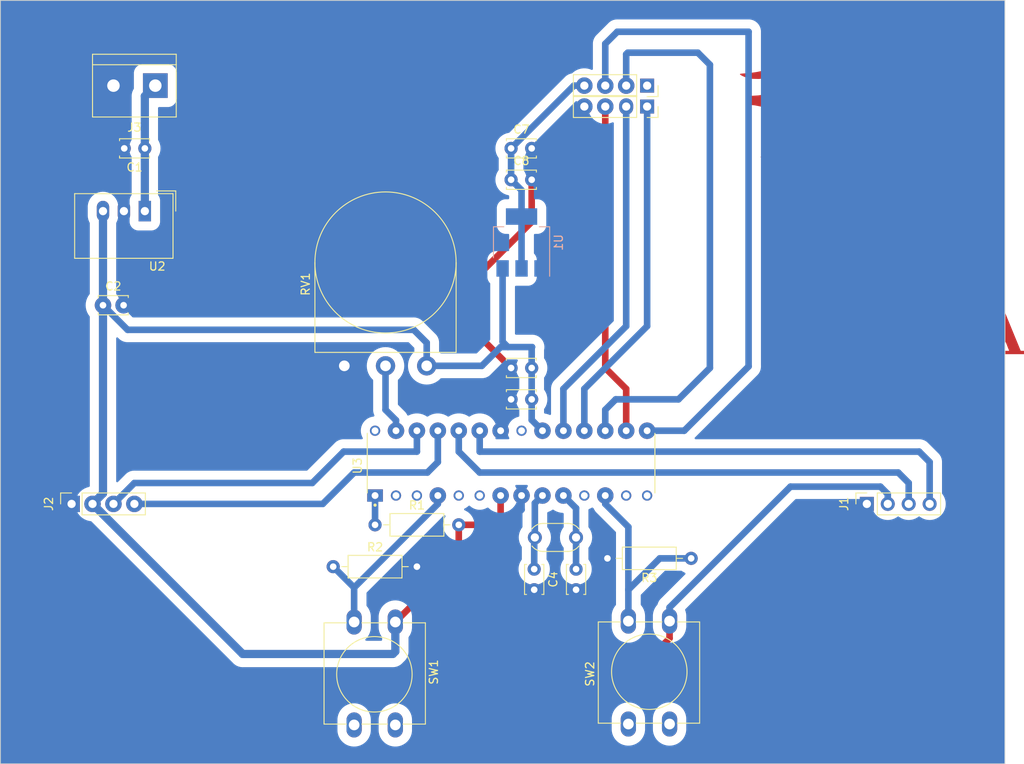
<source format=kicad_pcb>
(kicad_pcb (version 20221018) (generator pcbnew)
  (layers (0 "F.Cu" signal) (31 "B.Cu" signal) (34 "B.Paste" user) (35 "F.Paste" user) (36 "B.SilkS" user "B.Silkscreen") (37 "F.SilkS" user "F.Silkscreen") (38 "B.Mask" user) (39 "F.Mask" user) (44 "Edge.Cuts" user))
  (net 0 "")
  (net 1 "VCC")
  (net 2 "+5V")
  (net 3 "Net-(U3-PB7(PCINT7{slash}XTAL2{slash}TOSC2))")
  (net 4 "Net-(U3-PB6(PCINT6{slash}XTAL1{slash}TOSC1))")
  (net 5 "+3.3V")
  (net 6 "y1")
  (net 7 "x1")
  (net 8 "y2")
  (net 9 "x2")
  (net 10 "MISO")
  (net 11 "SCK")
  (net 12 "CE")
  (net 14 "MOSI")
  (net 15 "CSN")
  (net 16 "Net-(U3-PC6(PCINT14{slash}~{RESET~{)})")
  (net 17 "sw1")
  (net 18 "sw2")
  (net 19 "POT")
  (net 29 "GND")
  (footprint "TerminalBlock:TerminalBlock_bornier-2_P5.08mm" (layer "F.Cu") (at 107.95 59.055 180)
    (fp_text reference "J3" (at 2.54 -5.08) (layer "F.SilkS"))
    (fp_text value "Screw_Terminal_01x02")
    (fp_line (start -2.54 -3.81) (end -2.54 3.81) (stroke (width 0.12)) (layer "F.SilkS"))
    (fp_line (start -2.54 3.81) (end 7.62 3.81) (stroke (width 0.12)) (layer "F.SilkS"))
    (fp_line (start 7.62 -3.81) (end -2.54 -3.81) (stroke (width 0.12)) (layer "F.SilkS"))
    (fp_line (start 7.62 2.54) (end -2.54 2.54) (stroke (width 0.12)) (layer "F.SilkS"))
    (fp_line (start 7.62 3.81) (end 7.62 -3.81) (stroke (width 0.12)) (layer "F.SilkS"))
    (pad "1" thru_hole rect (at 0 0 180) (size 3 3) (drill 1.52) (layers "*.Cu" "*.Mask") (net 1 "VCC"))
    (pad "2" thru_hole circle (at 5.08 0 180) (size 3 3) (drill 1.52) (layers "*.Cu" "*.Mask") (net 29 "GND"))
  )
  (footprint "Capacitor_THT:C_Disc_D3.4mm_W2.1mm_P2.50mm" (layer "F.Cu") (at 153.63 93.345 180)
    (fp_text reference "C5" hide)
    (fp_text value "100nf")
    (fp_line (start -0.57 -1.17) (end -0.57 -0.925) (stroke (width 0.12)) (layer "F.SilkS"))
    (fp_line (start -0.57 -1.17) (end 3.07 -1.17) (stroke (width 0.12)) (layer "F.SilkS"))
    (fp_line (start -0.57 0.925) (end -0.57 1.17) (stroke (width 0.12)) (layer "F.SilkS"))
    (fp_line (start -0.57 1.17) (end 3.07 1.17) (stroke (width 0.12)) (layer "F.SilkS"))
    (fp_line (start 3.07 -1.17) (end 3.07 -0.925) (stroke (width 0.12)) (layer "F.SilkS"))
    (fp_line (start 3.07 0.925) (end 3.07 1.17) (stroke (width 0.12)) (layer "F.SilkS"))
    (pad "1" thru_hole circle (at 0 0 180) (size 1.6 1.6) (drill 0.8) (layers "*.Cu" "*.Mask") (net 2 "+5V"))
    (pad "2" thru_hole circle (at 2.5 0 180) (size 1.6 1.6) (drill 0.8) (layers "*.Cu" "*.Mask") (net 29 "GND"))
  )
  (footprint "Capacitor_THT:C_Disc_D3.4mm_W2.1mm_P2.50mm" (layer "F.Cu") (at 151.13 66.675)
    (fp_text reference "C7" (at 1.25 -2.3) (layer "F.SilkS"))
    (fp_text value "100nf")
    (fp_line (start -0.57 -1.17) (end -0.57 -0.925) (stroke (width 0.12)) (layer "F.SilkS"))
    (fp_line (start -0.57 -1.17) (end 3.07 -1.17) (stroke (width 0.12)) (layer "F.SilkS"))
    (fp_line (start -0.57 0.925) (end -0.57 1.17) (stroke (width 0.12)) (layer "F.SilkS"))
    (fp_line (start -0.57 1.17) (end 3.07 1.17) (stroke (width 0.12)) (layer "F.SilkS"))
    (fp_line (start 3.07 -1.17) (end 3.07 -0.925) (stroke (width 0.12)) (layer "F.SilkS"))
    (fp_line (start 3.07 0.925) (end 3.07 1.17) (stroke (width 0.12)) (layer "F.SilkS"))
    (pad "1" thru_hole circle (at 0 0) (size 1.6 1.6) (drill 0.8) (layers "*.Cu" "*.Mask") (net 5 "+3.3V"))
    (pad "2" thru_hole circle (at 2.5 0) (size 1.6 1.6) (drill 0.8) (layers "*.Cu" "*.Mask") (net 29 "GND"))
  )
  (footprint "Converter_DCDC:Converter_DCDC_TRACO_TSR-1_THT" (layer "F.Cu") (at 106.68 74.295 180)
    (fp_text reference "U2" (at -1.5 -6.71) (layer "F.SilkS"))
    (fp_text value "L7805")
    (fp_line (start -3.75 0) (end -3.75 2.45) (stroke (width 0.12)) (layer "F.SilkS"))
    (fp_line (start -3.75 2.45) (end -1.42 2.45) (stroke (width 0.12)) (layer "F.SilkS"))
    (fp_line (start -3.42 -5.73) (end 8.52 -5.73) (stroke (width 0.12)) (layer "F.SilkS"))
    (fp_line (start -3.42 2.12) (end -3.42 -5.73) (stroke (width 0.12)) (layer "F.SilkS"))
    (fp_line (start 8.52 -5.73) (end 8.52 2.12) (stroke (width 0.12)) (layer "F.SilkS"))
    (fp_line (start 8.52 2.12) (end -3.42 2.12) (stroke (width 0.12)) (layer "F.SilkS"))
    (pad "1" thru_hole rect (at 0 0 180) (size 1.5 2.5) (drill 1) (layers "*.Cu" "*.Mask") (net 1 "VCC"))
    (pad "2" thru_hole oval (at 2.54 0 180) (size 1.5 2.5) (drill 1) (layers "*.Cu" "*.Mask") (net 29 "GND"))
    (pad "3" thru_hole oval (at 5.08 0 180) (size 1.5 2.5) (drill 1) (layers "*.Cu" "*.Mask") (net 2 "+5V"))
  )
  (footprint "Connector_PinSocket_2.54mm:PinSocket_1x04_P2.54mm_Vertical" (layer "F.Cu") (at 97.79 109.855 90)
    (fp_text reference "J2" (at 0 -2.77 90) (layer "F.SilkS"))
    (fp_text value "Conn_01x04_Socket")
    (fp_line (start -1.33 1.27) (end -1.33 8.95) (stroke (width 0.12)) (layer "F.SilkS"))
    (fp_line (start -1.33 1.27) (end 1.33 1.27) (stroke (width 0.12)) (layer "F.SilkS"))
    (fp_line (start -1.33 8.95) (end 1.33 8.95) (stroke (width 0.12)) (layer "F.SilkS"))
    (fp_line (start 0 -1.33) (end 1.33 -1.33) (stroke (width 0.12)) (layer "F.SilkS"))
    (fp_line (start 1.33 -1.33) (end 1.33 0) (stroke (width 0.12)) (layer "F.SilkS"))
    (fp_line (start 1.33 1.27) (end 1.33 8.95) (stroke (width 0.12)) (layer "F.SilkS"))
    (pad "1" thru_hole rect (at 0 0 90) (size 2 2) (drill 1) (layers "*.Cu" "*.Mask") (net 29 "GND"))
    (pad "2" thru_hole circle (at 0 2.54 90) (size 2 2) (drill 1) (layers "*.Cu" "*.Mask") (net 2 "+5V"))
    (pad "3" thru_hole circle (at 0 5.08 90) (size 2 2) (drill 1) (layers "*.Cu" "*.Mask") (net 8 "y2"))
    (pad "4" thru_hole circle (at 0 7.62 90) (size 2 2) (drill 1) (layers "*.Cu" "*.Mask" "Dwgs.User") (net 9 "x2"))
  )
  (footprint "Resistor_THT:R_Axial_DIN0207_L6.3mm_D2.5mm_P10.16mm_Horizontal" (layer "F.Cu") (at 172.985 116.467 180)
    (fp_text reference "R3" (at 5.08 -2.37) (layer "F.SilkS"))
    (fp_text value "10K")
    (fp_line (start 1.04 0) (end 1.81 0) (stroke (width 0.12)) (layer "F.SilkS"))
    (fp_line (start 1.81 -1.37) (end 1.81 1.37) (stroke (width 0.12)) (layer "F.SilkS"))
    (fp_line (start 1.81 1.37) (end 8.35 1.37) (stroke (width 0.12)) (layer "F.SilkS"))
    (fp_line (start 8.35 -1.37) (end 1.81 -1.37) (stroke (width 0.12)) (layer "F.SilkS"))
    (fp_line (start 8.35 1.37) (end 8.35 -1.37) (stroke (width 0.12)) (layer "F.SilkS"))
    (fp_line (start 9.12 0) (end 8.35 0) (stroke (width 0.12)) (layer "F.SilkS"))
    (pad "1" thru_hole circle (at 0 0 180) (size 1.6 1.6) (drill 0.8) (layers "*.Cu" "*.Mask") (net 18 "sw2"))
    (pad "2" thru_hole oval (at 10.16 0 180) (size 1.6 1.6) (drill 0.8) (layers "*.Cu" "*.Mask") (net 29 "GND"))
  )
  (footprint "Resistor_THT:R_Axial_DIN0207_L6.3mm_D2.5mm_P10.16mm_Horizontal" (layer "F.Cu") (at 134.62 112.395)
    (fp_text reference "R1" (at 5.08 -2.37) (layer "F.SilkS"))
    (fp_text value "10k")
    (fp_line (start 1.04 0) (end 1.81 0) (stroke (width 0.12)) (layer "F.SilkS"))
    (fp_line (start 1.81 -1.37) (end 1.81 1.37) (stroke (width 0.12)) (layer "F.SilkS"))
    (fp_line (start 1.81 1.37) (end 8.35 1.37) (stroke (width 0.12)) (layer "F.SilkS"))
    (fp_line (start 8.35 -1.37) (end 1.81 -1.37) (stroke (width 0.12)) (layer "F.SilkS"))
    (fp_line (start 8.35 1.37) (end 8.35 -1.37) (stroke (width 0.12)) (layer "F.SilkS"))
    (fp_line (start 9.12 0) (end 8.35 0) (stroke (width 0.12)) (layer "F.SilkS"))
    (pad "1" thru_hole circle (at 0 0) (size 1.6 1.6) (drill 0.8) (layers "*.Cu" "*.Mask") (net 16 "Net-(U3-PC6(PCINT14{slash}~{RESET~{)})"))
    (pad "2" thru_hole oval (at 10.16 0) (size 1.6 1.6) (drill 0.8) (layers "*.Cu" "*.Mask") (net 2 "+5V"))
  )
  (footprint "Capacitor_THT:C_Disc_D3.4mm_W2.1mm_P2.50mm" (layer "F.Cu") (at 101.6 85.725)
    (fp_text reference "C2" (at 1.25 -2.3) (layer "F.SilkS"))
    (fp_text value "10uf")
    (fp_line (start -0.57 -1.17) (end -0.57 -0.925) (stroke (width 0.12)) (layer "F.SilkS"))
    (fp_line (start -0.57 -1.17) (end 3.07 -1.17) (stroke (width 0.12)) (layer "F.SilkS"))
    (fp_line (start -0.57 0.925) (end -0.57 1.17) (stroke (width 0.12)) (layer "F.SilkS"))
    (fp_line (start -0.57 1.17) (end 3.07 1.17) (stroke (width 0.12)) (layer "F.SilkS"))
    (fp_line (start 3.07 -1.17) (end 3.07 -0.925) (stroke (width 0.12)) (layer "F.SilkS"))
    (fp_line (start 3.07 0.925) (end 3.07 1.17) (stroke (width 0.12)) (layer "F.SilkS"))
    (pad "1" thru_hole circle (at 0 0) (size 2 2) (drill 0.8) (layers "*.Cu" "*.Mask") (net 2 "+5V"))
    (pad "2" thru_hole circle (at 2.5 0) (size 2 2) (drill 0.8) (layers "*.Cu" "*.Mask") (net 29 "GND"))
  )
  (footprint "Button_Switch_THT:SW_PUSH-12mm" (layer "F.Cu") (at 165.365 136.587 90)
    (fp_text reference "SW2" (at 6.08 -4.66 90) (layer "F.SilkS"))
    (fp_text value "SW_Push")
    (fp_line (start 0.1 -3.65) (end 12.4 -3.65) (stroke (width 0.12)) (layer "F.SilkS"))
    (fp_line (start 0.1 -0.93) (end 0.1 -3.65) (stroke (width 0.12)) (layer "F.SilkS"))
    (fp_line (start 0.1 4.07) (end 0.1 0.93) (stroke (width 0.12)) (layer "F.SilkS"))
    (fp_line (start 0.1 8.65) (end 0.1 5.93) (stroke (width 0.12)) (layer "F.SilkS"))
    (fp_line (start 12.4 -3.65) (end 12.4 -0.93) (stroke (width 0.12)) (layer "F.SilkS"))
    (fp_line (start 12.4 0.93) (end 12.4 4.07) (stroke (width 0.12)) (layer "F.SilkS"))
    (fp_line (start 12.4 5.93) (end 12.4 8.65) (stroke (width 0.12)) (layer "F.SilkS"))
    (fp_line (start 12.4 8.65) (end 0.1 8.65) (stroke (width 0.12)) (layer "F.SilkS"))
    (fp_circle (center 6.35 2.54) (end 10.16 5.08) (stroke (width 0.12)) (fill none) (layer "F.SilkS"))
    (pad "1" thru_hole oval (at 0 0 90) (size 3.048 1.85) (drill 1.3) (layers "*.Cu" "*.Mask") (net 18 "sw2"))
    (pad "1" thru_hole oval (at 12.5 0 90) (size 3.048 1.85) (drill 1.3) (layers "*.Cu" "*.Mask") (net 18 "sw2"))
    (pad "2" thru_hole oval (at 0 5 90) (size 3.048 1.85) (drill 1.3) (layers "*.Cu" "*.Mask") (net 2 "+5V"))
    (pad "2" thru_hole oval (at 12.5 5 90) (size 3.048 1.85) (drill 1.3) (layers "*.Cu" "*.Mask") (net 2 "+5V"))
  )
  (footprint "Button_Switch_THT:SW_PUSH-12mm" (layer "F.Cu") (at 137.08 124.197 -90)
    (fp_text reference "SW1" (at 6.08 -4.66 90) (layer "F.SilkS"))
    (fp_text value "SW_Push")
    (fp_line (start 0.1 -3.65) (end 12.4 -3.65) (stroke (width 0.12)) (layer "F.SilkS"))
    (fp_line (start 0.1 -0.93) (end 0.1 -3.65) (stroke (width 0.12)) (layer "F.SilkS"))
    (fp_line (start 0.1 4.07) (end 0.1 0.93) (stroke (width 0.12)) (layer "F.SilkS"))
    (fp_line (start 0.1 8.65) (end 0.1 5.93) (stroke (width 0.12)) (layer "F.SilkS"))
    (fp_line (start 12.4 -3.65) (end 12.4 -0.93) (stroke (width 0.12)) (layer "F.SilkS"))
    (fp_line (start 12.4 0.93) (end 12.4 4.07) (stroke (width 0.12)) (layer "F.SilkS"))
    (fp_line (start 12.4 5.93) (end 12.4 8.65) (stroke (width 0.12)) (layer "F.SilkS"))
    (fp_line (start 12.4 8.65) (end 0.1 8.65) (stroke (width 0.12)) (layer "F.SilkS"))
    (fp_circle (center 6.35 2.54) (end 10.16 5.08) (stroke (width 0.12)) (fill none) (layer "F.SilkS"))
    (pad "1" thru_hole oval (at 0 0 270) (size 3.048 1.85) (drill 1.3) (layers "*.Cu" "*.Mask") (net 2 "+5V"))
    (pad "1" thru_hole oval (at 12.5 0 270) (size 3.048 1.85) (drill 1.3) (layers "*.Cu" "*.Mask") (net 2 "+5V"))
    (pad "2" thru_hole oval (at 0 5 270) (size 3.048 1.85) (drill 1.3) (layers "*.Cu" "*.Mask") (net 17 "sw1"))
    (pad "2" thru_hole oval (at 12.5 5 270) (size 3.048 1.85) (drill 1.3) (layers "*.Cu" "*.Mask") (net 17 "sw1"))
  )
  (footprint "Connector_PinSocket_2.54mm:PinSocket_1x04_P2.54mm_Vertical" (layer "F.Cu") (at 167.64 59.055 -90)
    (fp_text reference "J5" hide)
    (fp_text value "Conn_01x04_Socket" hide)
    (fp_line (start -1.33 1.27) (end -1.33 8.95) (stroke (width 0.12)) (layer "F.SilkS"))
    (fp_line (start -1.33 1.27) (end 1.33 1.27) (stroke (width 0.12)) (layer "F.SilkS"))
    (fp_line (start -1.33 8.95) (end 1.33 8.95) (stroke (width 0.12)) (layer "F.SilkS"))
    (fp_line (start 0 -1.33) (end 1.33 -1.33) (stroke (width 0.12)) (layer "F.SilkS"))
    (fp_line (start 1.33 -1.33) (end 1.33 0) (stroke (width 0.12)) (layer "F.SilkS"))
    (fp_line (start 1.33 1.27) (end 1.33 8.95) (stroke (width 0.12)) (layer "F.SilkS"))
    (pad "1" thru_hole rect (at 0 0 270) (size 1.7 1.7) (drill 1) (layers "*.Cu" "*.Mask"))
    (pad "2" thru_hole circle (at 0 2.54 270) (size 2 2) (drill 1) (layers "*.Cu" "*.Mask") (net 14 "MOSI"))
    (pad "3" thru_hole circle (at 0 5.08 270) (size 2 2) (drill 1) (layers "*.Cu" "*.Mask") (net 15 "CSN"))
    (pad "4" thru_hole circle (at 0 7.62 270) (size 2 2) (drill 1) (layers "*.Cu" "*.Mask") (net 5 "+3.3V"))
  )
  (footprint "Connector_PinSocket_2.54mm:PinSocket_1x04_P2.54mm_Vertical" (layer "F.Cu") (at 167.64 61.595 -90)
    (fp_text reference "J4" hide)
    (fp_text value "Conn_01x04_Socket" hide)
    (fp_line (start -1.33 1.27) (end -1.33 8.95) (stroke (width 0.12)) (layer "F.SilkS"))
    (fp_line (start -1.33 1.27) (end 1.33 1.27) (stroke (width 0.12)) (layer "F.SilkS"))
    (fp_line (start -1.33 8.95) (end 1.33 8.95) (stroke (width 0.12)) (layer "F.SilkS"))
    (fp_line (start 0 -1.33) (end 1.33 -1.33) (stroke (width 0.12)) (layer "F.SilkS"))
    (fp_line (start 1.33 -1.33) (end 1.33 0) (stroke (width 0.12)) (layer "F.SilkS"))
    (fp_line (start 1.33 1.27) (end 1.33 8.95) (stroke (width 0.12)) (layer "F.SilkS"))
    (pad "1" thru_hole rect (at 0 0 270) (size 1.7 1.7) (drill 1) (layers "*.Cu" "*.Mask") (net 10 "MISO"))
    (pad "2" thru_hole oval (at 0 2.54 270) (size 2 1.7) (drill 1) (layers "*.Cu" "*.Mask") (net 11 "SCK"))
    (pad "3" thru_hole circle (at 0 5.08 270) (size 2 2) (drill 1) (layers "*.Cu" "*.Mask") (net 12 "CE"))
    (pad "4" thru_hole circle (at 0 7.62 270) (size 2 2) (drill 1) (layers "*.Cu" "*.Mask") (net 29 "GND"))
  )
  (footprint "Capacitor_THT:C_Disc_D3.4mm_W2.1mm_P2.50mm" (layer "F.Cu") (at 151.13 70.485)
    (fp_text reference "C8" (at 1.25 -2.3) (layer "F.SilkS"))
    (fp_text value "10uf")
    (fp_line (start -0.57 -1.17) (end -0.57 -0.925) (stroke (width 0.12)) (layer "F.SilkS"))
    (fp_line (start -0.57 -1.17) (end 3.07 -1.17) (stroke (width 0.12)) (layer "F.SilkS"))
    (fp_line (start -0.57 0.925) (end -0.57 1.17) (stroke (width 0.12)) (layer "F.SilkS"))
    (fp_line (start -0.57 1.17) (end 3.07 1.17) (stroke (width 0.12)) (layer "F.SilkS"))
    (fp_line (start 3.07 -1.17) (end 3.07 -0.925) (stroke (width 0.12)) (layer "F.SilkS"))
    (fp_line (start 3.07 0.925) (end 3.07 1.17) (stroke (width 0.12)) (layer "F.SilkS"))
    (pad "1" thru_hole circle (at 0 0) (size 1.6 1.6) (drill 0.8) (layers "*.Cu" "*.Mask") (net 5 "+3.3V"))
    (pad "2" thru_hole circle (at 2.5 0) (size 1.6 1.6) (drill 0.8) (layers "*.Cu" "*.Mask") (net 29 "GND"))
  )
  (footprint "Capacitor_THT:C_Disc_D3.4mm_W2.1mm_P2.50mm" (layer "F.Cu") (at 159.015 120.277 90)
    (fp_text reference "C3" hide)
    (fp_text value "22pf")
    (fp_line (start -0.57 -1.17) (end -0.57 -0.925) (stroke (width 0.12)) (layer "F.SilkS"))
    (fp_line (start -0.57 -1.17) (end 3.07 -1.17) (stroke (width 0.12)) (layer "F.SilkS"))
    (fp_line (start -0.57 0.925) (end -0.57 1.17) (stroke (width 0.12)) (layer "F.SilkS"))
    (fp_line (start -0.57 1.17) (end 3.07 1.17) (stroke (width 0.12)) (layer "F.SilkS"))
    (fp_line (start 3.07 -1.17) (end 3.07 -0.925) (stroke (width 0.12)) (layer "F.SilkS"))
    (fp_line (start 3.07 0.925) (end 3.07 1.17) (stroke (width 0.12)) (layer "F.SilkS"))
    (pad "1" thru_hole circle (at 0 0 90) (size 1.6 1.6) (drill 0.8) (layers "*.Cu" "*.Mask") (net 29 "GND"))
    (pad "2" thru_hole circle (at 2.5 0 90) (size 1.6 1.6) (drill 0.8) (layers "*.Cu" "*.Mask") (net 3 "Net-(U3-PB7(PCINT7{slash}XTAL2{slash}TOSC2))"))
  )
  (footprint "Crystal:Resonator-2Pin_W6.0mm_H3.0mm" (layer "F.Cu") (at 154.015 113.927)
    (fp_text reference "Y1" hide)
    (fp_text value "16MHz" hide)
    (fp_line (start 1 -1.7) (end 4 -1.7) (stroke (width 0.12)) (layer "F.SilkS"))
    (fp_line (start 1 1.7) (end 4 1.7) (stroke (width 0.12)) (layer "F.SilkS"))
    (fp_arc (start -0.33779 -1.048961) (mid 0.256102 -1.5286) (end 1 -1.7) (stroke (width 0.12)) (layer "F.SilkS"))
    (fp_arc (start 1 1.7) (mid 0.256103 1.5286) (end -0.33779 1.048961) (stroke (width 0.12)) (layer "F.SilkS"))
    (fp_arc (start 4 -1.7) (mid 4.743897 -1.5286) (end 5.33779 -1.048961) (stroke (width 0.12)) (layer "F.SilkS"))
    (fp_arc (start 5.33779 1.048961) (mid 4.743898 1.5286) (end 4 1.7) (stroke (width 0.12)) (layer "F.SilkS"))
    (pad "1" thru_hole circle (at 0 0) (size 1.7 1.7) (drill 1) (layers "*.Cu" "*.Mask") (net 4 "Net-(U3-PB6(PCINT6{slash}XTAL1{slash}TOSC1))"))
    (pad "2" thru_hole circle (at 5 0) (size 1.7 1.7) (drill 1) (layers "*.Cu" "*.Mask") (net 3 "Net-(U3-PB7(PCINT7{slash}XTAL2{slash}TOSC2))"))
  )
  (footprint "Resistor_THT:R_Axial_DIN0207_L6.3mm_D2.5mm_P10.16mm_Horizontal" (layer "F.Cu") (at 129.54 117.475)
    (fp_text reference "R2" (at 5.08 -2.37) (layer "F.SilkS"))
    (fp_text value "10K")
    (fp_line (start 1.04 0) (end 1.81 0) (stroke (width 0.12)) (layer "F.SilkS"))
    (fp_line (start 1.81 -1.37) (end 1.81 1.37) (stroke (width 0.12)) (layer "F.SilkS"))
    (fp_line (start 1.81 1.37) (end 8.35 1.37) (stroke (width 0.12)) (layer "F.SilkS"))
    (fp_line (start 8.35 -1.37) (end 1.81 -1.37) (stroke (width 0.12)) (layer "F.SilkS"))
    (fp_line (start 8.35 1.37) (end 8.35 -1.37) (stroke (width 0.12)) (layer "F.SilkS"))
    (fp_line (start 9.12 0) (end 8.35 0) (stroke (width 0.12)) (layer "F.SilkS"))
    (pad "1" thru_hole circle (at 0 0) (size 1.6 1.6) (drill 0.8) (layers "*.Cu" "*.Mask") (net 17 "sw1"))
    (pad "2" thru_hole oval (at 10.16 0) (size 1.6 1.6) (drill 0.8) (layers "*.Cu" "*.Mask") (net 29 "GND"))
  )
  (footprint "Connector_PinSocket_2.54mm:PinSocket_1x04_P2.54mm_Vertical" (layer "F.Cu") (at 194.31 109.855 90)
    (fp_text reference "J1" (at 0 -2.77 90) (layer "F.SilkS"))
    (fp_text value "Conn_01x04_Socket")
    (fp_line (start -1.33 1.27) (end -1.33 8.95) (stroke (width 0.12)) (layer "F.SilkS"))
    (fp_line (start -1.33 1.27) (end 1.33 1.27) (stroke (width 0.12)) (layer "F.SilkS"))
    (fp_line (start -1.33 8.95) (end 1.33 8.95) (stroke (width 0.12)) (layer "F.SilkS"))
    (fp_line (start 0 -1.33) (end 1.33 -1.33) (stroke (width 0.12)) (layer "F.SilkS"))
    (fp_line (start 1.33 -1.33) (end 1.33 0) (stroke (width 0.12)) (layer "F.SilkS"))
    (fp_line (start 1.33 1.27) (end 1.33 8.95) (stroke (width 0.12)) (layer "F.SilkS"))
    (pad "1" thru_hole rect (at 0 0 90) (size 1.7 1.7) (drill 1) (layers "*.Cu" "*.Mask") (net 29 "GND"))
    (pad "2" thru_hole oval (at 0 2.54 90) (size 1.7 1.7) (drill 1) (layers "*.Cu" "*.Mask") (net 2 "+5V"))
    (pad "3" thru_hole oval (at 0 5.08 90) (size 1.7 1.7) (drill 1) (layers "*.Cu" "*.Mask") (net 6 "y1"))
    (pad "4" thru_hole oval (at 0 7.62 90) (size 1.7 1.7) (drill 1) (layers "*.Cu" "*.Mask") (net 7 "x1"))
  )
  (footprint "Capacitor_THT:C_Disc_D3.4mm_W2.1mm_P2.50mm" (layer "F.Cu") (at 106.68 66.675 180)
    (fp_text reference "C1" (at 1.25 -2.3) (layer "F.SilkS"))
    (fp_text value "10uf")
    (fp_line (start -0.57 -1.17) (end -0.57 -0.925) (stroke (width 0.12)) (layer "F.SilkS"))
    (fp_line (start -0.57 -1.17) (end 3.07 -1.17) (stroke (width 0.12)) (layer "F.SilkS"))
    (fp_line (start -0.57 0.925) (end -0.57 1.17) (stroke (width 0.12)) (layer "F.SilkS"))
    (fp_line (start -0.57 1.17) (end 3.07 1.17) (stroke (width 0.12)) (layer "F.SilkS"))
    (fp_line (start 3.07 -1.17) (end 3.07 -0.925) (stroke (width 0.12)) (layer "F.SilkS"))
    (fp_line (start 3.07 0.925) (end 3.07 1.17) (stroke (width 0.12)) (layer "F.SilkS"))
    (pad "1" thru_hole circle (at 0 0 180) (size 1.6 1.6) (drill 0.8) (layers "*.Cu" "*.Mask") (net 1 "VCC"))
    (pad "2" thru_hole circle (at 2.5 0 180) (size 1.6 1.6) (drill 0.8) (layers "*.Cu" "*.Mask") (net 29 "GND"))
  )
  (footprint "ATMEGA328-PU:DIP787W46P254L3467H508Q28" (layer "F.Cu") (at 151.13 104.902 90)
    (fp_text reference "U3" (at -0.325 -18.635 90) (layer "F.SilkS"))
    (fp_text value "ATMEGA328-PU")
    (fp_line (start -3.6195 -17.455) (end 3.6195 -17.455) (stroke (width 0.127)) (layer "F.SilkS"))
    (fp_line (start -3.6195 17.455) (end 3.6195 17.455) (stroke (width 0.127)) (layer "F.SilkS"))
    (fp_circle (center -5.1 -16.51) (end -5 -16.51) (stroke (width 0.2)) (fill none) (layer "F.SilkS"))
    (pad "1" thru_hole rect (at -3.937 -16.51 90) (size 1.5 1.9) (drill 0.83) (layers "*.Cu" "*.Mask") (net 16 "Net-(U3-PC6(PCINT14{slash}~{RESET~{)})"))
    (pad "2" thru_hole circle (at -3.937 -13.97 90) (size 1.25 1.25) (drill 0.83) (layers "*.Cu" "*.Mask"))
    (pad "3" thru_hole circle (at -3.937 -11.43 90) (size 1.25 1.25) (drill 0.83) (layers "*.Cu" "*.Mask"))
    (pad "4" thru_hole circle (at -3.937 -8.89 90) (size 2 2) (drill 0.83) (layers "*.Cu" "*.Mask") (net 17 "sw1"))
    (pad "5" thru_hole circle (at -3.937 -6.35 90) (size 1.25 1.25) (drill 0.83) (layers "*.Cu" "*.Mask"))
    (pad "6" thru_hole circle (at -3.937 -3.81 90) (size 1.25 1.25) (drill 0.83) (layers "*.Cu" "*.Mask"))
    (pad "7" thru_hole circle (at -3.937 -1.27 90) (size 2 2) (drill 0.83) (layers "*.Cu" "*.Mask") (net 2 "+5V"))
    (pad "8" thru_hole circle (at -3.937 1.27 90) (size 2 2) (drill 0.83) (layers "*.Cu" "*.Mask") (net 29 "GND"))
    (pad "9" thru_hole circle (at -3.937 3.81 90) (size 2 2) (drill 0.83) (layers "*.Cu" "*.Mask") (net 4 "Net-(U3-PB6(PCINT6{slash}XTAL1{slash}TOSC1))"))
    (pad "10" thru_hole circle (at -3.937 6.35 90) (size 2 2) (drill 0.83) (layers "*.Cu" "*.Mask") (net 3 "Net-(U3-PB7(PCINT7{slash}XTAL2{slash}TOSC2))"))
    (pad "11" thru_hole circle (at -3.937 8.89 90) (size 1.25 1.25) (drill 0.83) (layers "*.Cu" "*.Mask"))
    (pad "12" thru_hole circle (at -3.937 11.43 90) (size 2 2) (drill 0.83) (layers "*.Cu" "*.Mask") (net 18 "sw2"))
    (pad "13" thru_hole circle (at -3.937 13.97 90) (size 1.25 1.25) (drill 0.83) (layers "*.Cu" "*.Mask"))
    (pad "14" thru_hole circle (at -3.937 16.51 90) (size 1.25 1.25) (drill 0.83) (layers "*.Cu" "*.Mask"))
    (pad "15" thru_hole circle (at 3.937 16.51 90) (size 2 2) (drill 0.83) (layers "*.Cu" "*.Mask") (net 15 "CSN"))
    (pad "16" thru_hole circle (at 3.937 13.97 90) (size 2 2) (drill 0.83) (layers "*.Cu" "*.Mask") (net 12 "CE"))
    (pad "17" thru_hole circle (at 3.937 11.43 90) (size 2 2) (drill 0.83) (layers "*.Cu" "*.Mask") (net 14 "MOSI"))
    (pad "18" thru_hole circle (at 3.937 8.89 90) (size 2 2) (drill 0.83) (layers "*.Cu" "*.Mask") (net 10 "MISO"))
    (pad "19" thru_hole circle (at 3.937 6.35 90) (size 2 2) (drill 0.83) (layers "*.Cu" "*.Mask") (net 11 "SCK"))
    (pad "20" thru_hole circle (at 3.937 3.81 90) (size 2 2) (drill 0.83) (layers "*.Cu" "*.Mask") (net 2 "+5V"))
    (pad "21" thru_hole circle (at 3.937 1.27 90) (size 1.25 1.25) (drill 0.83) (layers "*.Cu" "*.Mask"))
    (pad "22" thru_hole circle (at 3.937 -1.27 90) (size 2 2) (drill 0.83) (layers "*.Cu" "*.Mask") (net 29 "GND"))
    (pad "23" thru_hole circle (at 3.937 -3.81 90) (size 2 2) (drill 0.83) (layers "*.Cu" "*.Mask") (net 7 "x1"))
    (pad "24" thru_hole circle (at 3.937 -6.35 90) (size 2 2) (drill 0.83) (layers "*.Cu" "*.Mask") (net 6 "y1"))
    (pad "25" thru_hole circle (at 3.937 -8.89 90) (size 2 2) (drill 0.83) (layers "*.Cu" "*.Mask") (net 9 "x2"))
    (pad "26" thru_hole circle (at 3.937 -11.43 90) (size 2 2) (drill 0.83) (layers "*.Cu" "*.Mask") (net 8 "y2"))
    (pad "27" thru_hole circle (at 3.937 -13.97 90) (size 2 2) (drill 0.83) (layers "*.Cu" "*.Mask") (net 19 "POT"))
    (pad "28" thru_hole circle (at 3.937 -16.51 90) (size 1.25 1.25) (drill 0.83) (layers "*.Cu" "*.Mask"))
  )
  (footprint "Capacitor_THT:C_Disc_D3.4mm_W2.1mm_P2.50mm" (layer "F.Cu") (at 153.935 117.777 -90)
    (fp_text reference "C4" (at 1.25 -2.3 90) (layer "F.SilkS"))
    (fp_text value "22pf")
    (fp_line (start -0.57 -1.17) (end -0.57 -0.925) (stroke (width 0.12)) (layer "F.SilkS"))
    (fp_line (start -0.57 -1.17) (end 3.07 -1.17) (stroke (width 0.12)) (layer "F.SilkS"))
    (fp_line (start -0.57 0.925) (end -0.57 1.17) (stroke (width 0.12)) (layer "F.SilkS"))
    (fp_line (start -0.57 1.17) (end 3.07 1.17) (stroke (width 0.12)) (layer "F.SilkS"))
    (fp_line (start 3.07 -1.17) (end 3.07 -0.925) (stroke (width 0.12)) (layer "F.SilkS"))
    (fp_line (start 3.07 0.925) (end 3.07 1.17) (stroke (width 0.12)) (layer "F.SilkS"))
    (pad "1" thru_hole circle (at 0 0 270) (size 1.6 1.6) (drill 0.8) (layers "*.Cu" "*.Mask") (net 4 "Net-(U3-PB6(PCINT6{slash}XTAL1{slash}TOSC1))"))
    (pad "2" thru_hole circle (at 2.5 0 270) (size 1.6 1.6) (drill 0.8) (layers "*.Cu" "*.Mask") (net 29 "GND"))
  )
  (footprint "Potentiometer_THT:Potentiometer_Omeg_PC16BU_Vertical" (layer "F.Cu") (at 140.89 93.085 90)
    (fp_text reference "RV1" (at 9.915 -14.7 90) (layer "F.SilkS"))
    (fp_text value "10k")
    (fp_line (start 1.63 -13.57) (end 1.63 3.57) (stroke (width 0.12)) (layer "F.SilkS"))
    (fp_line (start 1.63 -13.57) (end 12.55 -13.57) (stroke (width 0.12)) (layer "F.SilkS"))
    (fp_line (start 1.63 3.57) (end 12.55 3.57) (stroke (width 0.12)) (layer "F.SilkS"))
    (fp_circle (center 12.55 -5) (end 21.12 -5) (stroke (width 0.12)) (fill none) (layer "F.SilkS"))
    (pad "1" thru_hole circle (at 0 0 90) (size 2.34 2.34) (drill 1.3) (layers "*.Cu" "*.Mask") (net 2 "+5V"))
    (pad "2" thru_hole circle (at 0 -5 90) (size 2.34 2.34) (drill 1.3) (layers "*.Cu" "*.Mask") (net 19 "POT"))
    (pad "3" thru_hole circle (at 0 -10 90) (size 2.34 2.34) (drill 1.3) (layers "*.Cu" "*.Mask") (net 29 "GND"))
  )
  (footprint "Capacitor_THT:C_Disc_D3.4mm_W2.1mm_P2.50mm" (layer "F.Cu") (at 153.63 97.155 180)
    (fp_text reference "C6" hide)
    (fp_text value "100nf")
    (fp_line (start -0.57 -1.17) (end -0.57 -0.925) (stroke (width 0.12)) (layer "F.SilkS"))
    (fp_line (start -0.57 -1.17) (end 3.07 -1.17) (stroke (width 0.12)) (layer "F.SilkS"))
    (fp_line (start -0.57 0.925) (end -0.57 1.17) (stroke (width 0.12)) (layer "F.SilkS"))
    (fp_line (start -0.57 1.17) (end 3.07 1.17) (stroke (width 0.12)) (layer "F.SilkS"))
    (fp_line (start 3.07 -1.17) (end 3.07 -0.925) (stroke (width 0.12)) (layer "F.SilkS"))
    (fp_line (start 3.07 0.925) (end 3.07 1.17) (stroke (width 0.12)) (layer "F.SilkS"))
    (pad "1" thru_hole circle (at 0 0 180) (size 1.6 1.6) (drill 0.8) (layers "*.Cu" "*.Mask") (net 2 "+5V"))
    (pad "2" thru_hole circle (at 2.5 0 180) (size 1.6 1.6) (drill 0.8) (layers "*.Cu" "*.Mask") (net 29 "GND"))
  )
  (footprint "Package_TO_SOT_SMD:SOT-223-3_TabPin2" (layer "B.Cu") (at 152.4 78.105 90)
    (fp_text reference "U1" (at 0 4.5 90) (layer "B.SilkS") (effects (justify mirror)))
    (fp_text value "AMS1117-3.3")
    (fp_line (start -4.1 3.41) (end 1.91 3.41) (stroke (width 0.12)) (layer "B.SilkS"))
    (fp_line (start -1.85 -3.41) (end 1.91 -3.41) (stroke (width 0.12)) (layer "B.SilkS"))
    (fp_line (start 1.91 -3.41) (end 1.91 -2.15) (stroke (width 0.12)) (layer "B.SilkS"))
    (fp_line (start 1.91 3.41) (end 1.91 2.15) (stroke (width 0.12)) (layer "B.SilkS"))
    (pad "1" smd rect (at -3.15 2.3 90) (size 2 1.5) (layers "B.Cu" "B.Paste" "B.Mask") (net 29 "GND"))
    (pad "2" smd rect (at -3.15 0 90) (size 2 1.5) (layers "B.Cu" "B.Paste" "B.Mask") (net 5 "+3.3V"))
    (pad "2" smd rect (at 3.15 0 90) (size 2 3.8) (layers "B.Cu" "B.Paste" "B.Mask") (net 5 "+3.3V"))
    (pad "3" smd rect (at -3.15 -2.3 90) (size 2 1.5) (layers "B.Cu" "B.Paste" "B.Mask") (net 2 "+5V"))
  )
  (footprint "lol:lol" (layer "B.Cu") (at 194.56 65.215 180)
    (fp_text reference "G***" hide)
    (fp_text value "LOGO" hide)
    (fp_poly (pts (xy 2.105856 11.450517) (xy 3.41454 11.275932) (xy 3.881508 11.186377) (xy 4.301183 11.093034) (xy 4.703438 10.98597) (xy 5.118148 10.855253) (xy 5.575187 10.690952) (xy 6.104429 10.483133) (xy 6.735747 10.221865) (xy 7.281484 9.990292) (xy 8.488813 9.483154) (xy 9.564682 9.050675) (xy 10.526842 8.687447) (xy 11.393042 8.388063) (xy 12.181033 8.147114) (xy 12.908565 7.959195) (xy 13.593386 7.818898) (xy 14.253247 7.720814) (xy 14.905897 7.659538) (xy 14.93975 7.657272) (xy 15.312666 7.631508) (xy 15.540544 7.608435) (xy 15.647343 7.58003) (xy 15.657018 7.538268) (xy 15.593527 7.475125) (xy 15.561562 7.449006) (xy 15.38151 7.343632) (xy 15.101983 7.222661) (xy 14.81944 7.123998) (xy 14.141752 6.988917) (xy 13.355539 6.97003) (xy 12.455013 7.067408) (xy 11.958064 7.160141) (xy 11.655236 7.234013) (xy 11.218438 7.355097) (xy 10.673794 7.515431) (xy 10.047429 7.707056) (xy 9.365464 7.922011) (xy 8.654024 8.152334) (xy 8.105731 8.334087) (xy 7.105257 8.664966) (xy 6.23779 8.94091) (xy 5.478296 9.167782) (xy 4.801739 9.351447) (xy 4.183084 9.497767) (xy 3.597297 9.612607) (xy 3.019343 9.70183) (xy 2.424186 9.771299) (xy 1.786793 9.826879) (xy 1.706648 9.832867) (xy 0.133185 9.874532) (xy -1.506091 9.774996) (xy -2.940847 9.578929) (xy -3.521877 9.474395) (xy -4.052814 9.365703) (xy -4.569489 9.243255) (xy -5.107731 9.097452) (xy -5.703371 8.918693) (xy -6.392239 8.697382) (xy -7.049603 8.478163) (xy -8.441516 8.031417) (xy -9.699748 7.676132) (xy -10.832515 7.411364) (xy -11.848035 7.236173) (xy -12.754526 7.149614) (xy -13.560204 7.150745) (xy -14.273286 7.238623) (xy -14.901991 7.412305) (xy -15.210278 7.541906) (xy -15.564975 7.717649) (xy -15.776868 7.844147) (xy -15.84114 7.928078) (xy -15.752973 7.97612) (xy -15.507549 7.99495) (xy -15.10005 7.991246) (xy -14.890634 7.984952) (xy -14.064534 7.986764) (xy -13.262918 8.053233) (xy -12.456935 8.191214) (xy -11.617737 8.407564) (xy -10.716473 8.70914) (xy -9.724294 9.102799) (xy -9.162306 9.346413) (xy -7.549131 9.997778) (xy -5.904149 10.537272) (xy -4.24713 10.961863) (xy -2.597848 11.268516) (xy -0.976074 11.454199) (xy 0.598418 11.515877)) (fill solid) (layer "F.Cu"))
    (fp_poly (pts (xy 0.790345 8.587794) (xy 1.627931 8.520387) (xy 2.485213 8.390113) (xy 3.383573 8.192405) (xy 4.344393 7.922692) (xy 5.389055 7.576405) (xy 6.538941 7.148975) (xy 7.555397 6.742909) (xy 8.805117 6.247263) (xy 9.928007 5.837524) (xy 10.940498 5.509317) (xy 11.859019 5.258267) (xy 12.7 5.08) (xy 13.479869 4.970139) (xy 14.215056 4.924311) (xy 14.392231 4.922348) (xy 14.963731 4.921848) (xy 14.963731 4.50544) (xy 14.952813 4.165511) (xy 14.904882 3.960841) (xy 14.797172 3.857956) (xy 14.606917 3.823384) (xy 14.498358 3.821182) (xy 13.903547 3.773412) (xy 13.199845 3.635749) (xy 12.416199 3.416662) (xy 11.581554 3.12462) (xy 10.724856 2.768091) (xy 10.424062 2.629119) (xy 9.747422 2.230176) (xy 9.215612 1.745024) (xy 8.829978 1.175681) (xy 8.591865 0.524167) (xy 8.502618 -0.207497) (xy 8.502014 -0.255913) (xy 8.510079 -0.628704) (xy 8.551907 -0.912817) (xy 8.645438 -1.18817) (xy 8.772909 -1.46269) (xy 9.124602 -2.001073) (xy 9.581088 -2.412058) (xy 10.132153 -2.69254) (xy 10.767587 -2.839411) (xy 11.477178 -2.849565) (xy 12.250714 -2.719894) (xy 12.58943 -2.623869) (xy 12.86672 -2.540295) (xy 13.071101 -2.486446) (xy 13.158919 -2.473809) (xy 13.159125 -2.473991) (xy 13.121378 -2.546832) (xy 13.001455 -2.726917) (xy 12.818752 -2.985998) (xy 12.623778 -3.253736) (xy 12.0676 -4.03448) (xy 11.472772 -4.917725) (xy 10.872615 -5.852696) (xy 10.30045 -6.788616) (xy 10.265884 -6.846818) (xy 10.038766 -7.244148) (xy 9.762062 -7.750436) (xy 9.453077 -8.33189) (xy 9.129117 -8.954721) (xy 8.807486 -9.585138) (xy 8.505488 -10.189352) (xy 8.240428 -10.733571) (xy 8.029611 -11.184007) (xy 7.935311 -11.397652) (xy 7.822424 -11.638513) (xy 7.726816 -11.799934) (xy 7.681343 -11.842152) (xy 7.650868 -11.759359) (xy 7.621787 -11.518471) (xy 7.594391 -11.13072) (xy 7.568973 -10.607342) (xy 7.545823 -9.95957) (xy 7.525235 -9.198638) (xy 7.5075 -8.335779) (xy 7.492909 -7.382229) (xy 7.481755 -6.34922) (xy 7.47433 -5.247987) (xy 7.470924 -4.089764) (xy 7.470731 -3.735318) (xy 7.470188 -2.887641) (xy 7.468629 -2.093275) (xy 7.466157 -1.367902) (xy 7.462876 -0.727203) (xy 7.45889 -0.186859) (xy 7.454303 0.237448) (xy 7.449217 0.530036) (xy 7.443738 0.675224) (xy 7.441467 0.688515) (xy 7.336184 0.635148) (xy 7.124199 0.485445) (xy 6.825872 0.255009) (xy 6.461561 -0.040562) (xy 6.158397 -0.294648) (xy 5.402953 -0.969155) (xy 4.63345 -1.724245) (xy 3.838301 -2.572947) (xy 3.005921 -3.528289) (xy 2.124722 -4.603301) (xy 1.183119 -5.811011) (xy 0.783475 -6.338818) (xy -0.102866 -7.471462) (xy -0.953619 -8.458246) (xy -1.785613 -9.314326) (xy -2.615675 -10.054858) (xy -3.460635 -10.694999) (xy -4.337321 -11.249905) (xy -5.144603 -11.677896) (xy -6.189174 -12.132636) (xy -7.223956 -12.464723) (xy -8.323838 -12.697423) (xy -8.531269 -12.730063) (xy -9.139889 -12.799415) (xy -9.796562 -12.837125) (xy -10.444371 -12.842385) (xy -11.0264 -12.814387) (xy -11.388159 -12.770632) (xy -11.688931 -12.705839) (xy -12.05785 -12.607029) (xy -12.34189 -12.519278) (xy -13.025357 -12.205254) (xy -13.63049 -11.753408) (xy -14.146092 -11.181371) (xy -14.560966 -10.506778) (xy -14.863916 -9.74726) (xy -15.043744 -8.920452) (xy -15.091466 -8.189264) (xy -15.027148 -7.261137) (xy -14.83927 -6.442645) (xy -14.529323 -5.73659) (xy -14.098797 -5.145775) (xy -13.549184 -4.673004) (xy -13.079399 -4.40673) (xy -12.835262 -4.301289) (xy -12.612847 -4.234364) (xy -12.360941 -4.197491) (xy -12.028329 -4.182207) (xy -11.706269 -4.179818) (xy -11.300235 -4.182825) (xy -11.013297 -4.198659) (xy -10.795239 -4.237545) (xy -10.595844 -4.309704) (xy -10.364894 -4.425361) (xy -10.282804 -4.469606) (xy -9.671811 -4.884258) (xy -9.185161 -5.390755) (xy -8.834834 -5.97138) (xy -8.63281 -6.608416) (xy -8.589384 -6.973818) (xy -8.614728 -7.546362) (xy -8.76537 -8.040428) (xy -9.057585 -8.497233) (xy -9.293136 -8.756141) (xy -9.769612 -9.143149) (xy -10.256361 -9.37644) (xy -10.734698 -9.459748) (xy -11.185941 -9.396809) (xy -11.591405 -9.191356) (xy -11.932406 -8.847124) (xy -12.190261 -8.367848) (xy -12.259035 -8.163314) (xy -12.343667 -7.625977) (xy -12.28143 -7.149884) (xy -12.088442 -6.752286) (xy -11.780823 -6.450434) (xy -11.37469 -6.26158) (xy -10.886161 -6.202973) (xy -10.475816 -6.254776) (xy -10.233771 -6.298508) (xy -10.067496 -6.309027) (xy -10.02959 -6.299027) (xy -10.040805 -6.205234) (xy -10.165468 -6.056887) (xy -10.36999 -5.88342) (xy -10.620782 -5.714268) (xy -10.817269 -5.608773) (xy -11.351952 -5.441464) (xy -11.881405 -5.434225) (xy -12.385505 -5.578452) (xy -12.844132 -5.865538) (xy -13.237161 -6.286878) (xy -13.512621 -6.761515) (xy -13.593444 -6.971004) (xy -13.646092 -7.203597) (xy -13.676213 -7.50213) (xy -13.689455 -7.909441) (xy -13.691312 -8.116818) (xy -13.690466 -8.547009) (xy -13.678252 -8.852188) (xy -13.647381 -9.076628) (xy -13.590567 -9.264602) (xy -13.500524 -9.460381) (xy -13.456069 -9.54605) (xy -13.032971 -10.173225) (xy -12.484804 -10.687665) (xy -11.814598 -11.087381) (xy -11.025386 -11.370381) (xy -10.510344 -11.480927) (xy -10.127213 -11.540159) (xy -9.827653 -11.566757) (xy -9.544251 -11.560382) (xy -9.209595 -11.520693) (xy -8.90838 -11.472847) (xy -7.606046 -11.170941) (xy -6.342917 -10.704352) (xy -5.119171 -10.073171) (xy -3.934988 -9.27749) (xy -2.856885 -8.378537) (xy -2.622629 -8.151045) (xy -2.295036 -7.814269) (xy -1.891507 -7.38703) (xy -1.429443 -6.888148) (xy -0.926247 -6.336442) (xy -0.399318 -5.750734) (xy 0.13394 -5.149843) (xy 0.242468 -5.026485) (xy 0.788428 -4.405509) (xy 1.341312 -3.777672) (xy 1.881674 -3.164984) (xy 2.390073 -2.589453) (xy 2.847064 -2.07309) (xy 3.233203 -1.637903) (xy 3.529047 -1.305901) (xy 3.552235 -1.279985) (xy 3.87095 -0.920525) (xy 4.1415 -0.608801) (xy 4.34713 -0.36467) (xy 4.471088 -0.207991) (xy 4.498719 -0.158152) (xy 4.394628 -0.180749) (xy 4.17408 -0.240307) (xy 3.882614 -0.324468) (xy 3.849911 -0.334181) (xy 3.228462 -0.50742) (xy 2.646422 -0.64089) (xy 2.062881 -0.740242) (xy 1.436926 -0.811126) (xy 0.727643 -0.859191) (xy -0.105878 -0.890088) (xy -0.191603 -0.8923) (xy -0.925401 -0.906203) (xy -1.530086 -0.906433) (xy -2.045425 -0.891704) (xy -2.511186 -0.860726) (xy -2.967134 -0.81221) (xy -3.070269 -0.79903) (xy -4.969746 -0.466389) (xy -6.854627 0.028359) (xy -8.704399 0.678093) (xy -10.498545 1.47569) (xy -12.065388 2.323884) (xy -12.617112 2.630171) (xy -13.079083 2.837545) (xy -13.488633 2.959007) (xy -13.883089 3.007555) (xy -14.034603 3.009617) (xy -14.520027 2.956837) (xy -14.979051 2.79994) (xy -15.451606 2.521955) (xy -15.791436 2.262981) (xy -16.278269 1.864545) (xy -16.293389 2.885197) (xy -16.299817 3.301548) (xy -16.304982 3.610171) (xy -12.030169 3.610171) (xy -12.021854 3.58286) (xy -11.948919 3.53458) (xy -11.796447 3.458741) (xy -11.549524 3.348752) (xy -11.193234 3.198022) (xy -10.712662 2.99996) (xy -10.092893 2.747975) (xy -9.928269 2.681367) (xy -8.124519 1.996356) (xy -6.412546 1.438455) (xy -4.777062 1.003587) (xy -3.202778 0.687674) (xy -1.715603 0.49063) (xy -1.292361 0.463957) (xy -0.756794 0.451765) (xy -0.165237 0.453481) (xy 0.425971 0.468535) (xy 0.960495 0.496355) (xy 1.247731 0.520689) (xy 2.721277 0.733446) (xy 4.183894 1.068873) (xy 5.661178 1.534536) (xy 7.178728 2.137999) (xy 8.021064 2.522452) (xy 8.451587 2.732491) (xy 8.91722 2.96852) (xy 9.394043 3.217412) (xy 9.858132 3.466043) (xy 10.285566 3.701286) (xy 10.652422 3.910015) (xy 10.934778 4.079105) (xy 11.108712 4.195428) (xy 11.153731 4.241332) (xy 11.078765 4.287143) (xy 10.877745 4.368744) (xy 10.586484 4.472203) (xy 10.412897 4.529488) (xy 10.113367 4.631383) (xy 9.691137 4.782567) (xy 9.181026 4.970179) (xy 8.617852 5.181361) (xy 8.036432 5.403254) (xy 7.809397 5.491026) (xy 6.967447 5.815533) (xy 6.24706 6.08841) (xy 5.655034 6.307194) (xy 5.198169 6.469424) (xy 4.883265 6.572638) (xy 4.717121 6.614374) (xy 4.704883 6.615182) (xy 4.706497 6.547323) (xy 4.775496 6.368612) (xy 4.897255 6.116346) (xy 4.910213 6.091479) (xy 5.040525 5.82928) (xy 5.121559 5.611152) (xy 5.164879 5.380915) (xy 5.182049 5.082392) (xy 5.184731 4.757979) (xy 5.178668 4.351715) (xy 5.153832 4.058947) (xy 5.100244 3.824064) (xy 5.00793 3.591456) (xy 4.955924 3.482515) (xy 4.577233 2.895649) (xy 4.066698 2.381012) (xy 3.452249 1.954747) (xy 2.761816 1.632992) (xy 2.02333 1.431889) (xy 1.295681 1.367319) (xy 0.845766 1.405898) (xy 0.322498 1.506257) (xy -0.198167 1.650294) (xy -0.640274 1.819906) (xy -0.676939 1.83743) (xy -1.258258 2.20158) (xy -1.780237 2.68105) (xy -2.197296 3.230859) (xy -2.327395 3.466198) (xy -2.468667 3.772539) (xy -2.552032 4.025702) (xy -2.592302 4.294326) (xy -2.604289 4.647046) (xy -2.604603 4.750735) (xy -2.594774 5.154631) (xy -2.557156 5.455876) (xy -2.479552 5.720435) (xy -2.384375 5.941712) (xy -2.212932 6.260579) (xy -2.012722 6.567898) (xy -1.897542 6.714889) (xy -1.741159 6.90141) (xy -1.64524 7.03202) (xy -1.630936 7.062481) (xy -1.707097 7.070172) (xy -1.914863 7.038195) (xy -2.223164 6.973889) (xy -2.600927 6.88459) (xy -3.017078 6.777637) (xy -3.440547 6.660367) (xy -3.832269 6.542641) (xy -4.148599 6.442245) (xy -4.434585 6.34937) (xy -4.712675 6.255845) (xy -5.005315 6.153494) (xy -5.334951 6.034145) (xy -5.724028 5.889623) (xy -6.194994 5.711755) (xy -6.770295 5.492368) (xy -7.472377 5.223287) (xy -7.784177 5.103581) (xy -8.423914 4.860943) (xy -9.069633 4.621523) (xy -9.687579 4.397435) (xy -10.243999 4.200798) (xy -10.705138 4.043727) (xy -10.995926 3.950694) (xy -11.38089 3.831914) (xy -11.703184 3.728546) (xy -11.930152 3.651341) (xy -12.029139 3.61105) (xy -12.030169 3.610171) (xy -16.304982 3.610171) (xy -16.305989 3.670338) (xy -16.311183 3.950291) (xy -16.314555 4.096348) (xy -16.293932 4.221832) (xy -16.191384 4.283671) (xy -15.981936 4.309469) (xy -15.506468 4.355496) (xy -14.92307 4.433696) (xy -14.288033 4.534951) (xy -13.65765 4.650142) (xy -13.088212 4.770148) (xy -12.976269 4.796394) (xy -12.321343 4.965546) (xy -11.627126 5.169845) (xy -10.871809 5.41679) (xy -10.033582 5.713883) (xy -9.090633 6.068622) (xy -8.021152 6.488508) (xy -7.811603 6.572356) (xy -6.718339 7.004571) (xy -5.75686 7.369615) (xy -4.906244 7.673493) (xy -4.145567 7.922207) (xy -3.453907 8.121761) (xy -2.810343 8.278158) (xy -2.193952 8.397402) (xy -1.583811 8.485495) (xy -0.958998 8.548441) (xy -0.911269 8.552291) (xy -0.048928 8.596906)) (fill solid) (layer "F.Cu"))
  )
  (gr_rect (start 89.15 48.705) (end 211.07 141.415) (stroke (width 0.1)) (fill none) (layer "Edge.Cuts"))
  (gr_text "MASHA" (at 183.13 92.52) (layer "F.Cu") (effects (font (size 5 5) (thickness 0.3) bold) (justify left bottom)))
  (segment (start 106.68 66.675) (end 106.68 60.325) (width 1) (layer "B.Cu") (net 1))
  (segment (start 106.68 66.675) (end 106.68 74.295) (width 1) (layer "B.Cu") (net 1))
  (segment (start 106.68 60.325) (end 107.95 59.055) (width 1) (layer "B.Cu") (net 1))
  (segment (start 144.78 112.395) (end 148.59 112.395) (width 0.8) (layer "F.Cu") (net 2))
  (segment (start 153.67 128.905) (end 149.86 125.095) (width 0.8) (layer "F.Cu") (net 2))
  (segment (start 149.86 125.095) (end 149.86 111.125) (width 0.8) (layer "F.Cu") (net 2))
  (segment (start 144.78 112.395) (end 144.78 116.497) (width 0.8) (layer "F.Cu") (net 2))
  (segment (start 144.78 116.497) (end 137.08 124.197) (width 0.8) (layer "F.Cu") (net 2))
  (segment (start 149.86 111.125) (end 149.86 108.839) (width 0.8) (layer "F.Cu") (net 2))
  (segment (start 167.64 128.905) (end 153.67 128.905) (width 0.8) (layer "F.Cu") (net 2))
  (segment (start 170.365 126.18) (end 167.64 128.905) (width 0.8) (layer "F.Cu") (net 2))
  (segment (start 148.59 112.395) (end 149.86 111.125) (width 0.8) (layer "F.Cu") (net 2))
  (segment (start 170.365 124.087) (end 170.365 126.18) (width 0.8) (layer "F.Cu") (net 2))
  (segment (start 153.63 97.155) (end 153.63 99.655) (width 0.8) (layer "B.Cu") (net 2))
  (segment (start 185.035 107.76) (end 170.365 122.43) (width 0.8) (layer "B.Cu") (net 2))
  (segment (start 149.86 90.805) (end 150.745 90.805) (width 0.8) (layer "B.Cu") (net 2))
  (segment (start 153.63 99.655) (end 154.94 100.965) (width 0.8) (layer "B.Cu") (net 2))
  (segment (start 101.6 108.585) (end 100.33 109.855) (width 1) (layer "B.Cu") (net 2))
  (segment (start 101.6 85.725) (end 101.6 108.585) (width 1) (layer "B.Cu") (net 2))
  (segment (start 104.585 88.71) (end 101.6 85.725) (width 0.8) (layer "B.Cu") (net 2))
  (segment (start 140.89 93.085) (end 140.89 90.285) (width 0.8) (layer "B.Cu") (net 2))
  (segment (start 147.58 93.085) (end 149.86 90.805) (width 0.8) (layer "B.Cu") (net 2))
  (segment (start 153.67 90.805) (end 153.63 90.845) (width 0.8) (layer "B.Cu") (net 2))
  (segment (start 140.89 93.085) (end 147.58 93.085) (width 0.8) (layer "B.Cu") (net 2))
  (segment (start 150.1 90.16) (end 150.745 90.805) (width 0.8) (layer "B.Cu") (net 2))
  (segment (start 196.85 109.855) (end 196.85 108.652919) (width 0.8) (layer "B.Cu") (net 2))
  (segment (start 100.33 109.855) (end 118.555 128.08) (width 1) (layer "B.Cu") (net 2))
  (segment (start 153.63 93.345) (end 153.63 97.155) (width 0.8) (layer "B.Cu") (net 2))
  (segment (start 153.63 90.845) (end 153.63 93.345) (width 0.8) (layer "B.Cu") (net 2))
  (segment (start 139.315 88.71) (end 104.585 88.71) (width 0.8) (layer "B.Cu") (net 2))
  (segment (start 196.85 108.652919) (end 195.957081 107.76) (width 0.8) (layer "B.Cu") (net 2))
  (segment (start 101.6 74.295) (end 101.6 85.725) (width 1) (layer "B.Cu") (net 2))
  (segment (start 170.365 122.43) (end 170.365 124.087) (width 0.8) (layer "B.Cu") (net 2))
  (segment (start 150.745 90.805) (end 153.67 90.805) (width 0.8) (layer "B.Cu") (net 2))
  (segment (start 195.957081 107.76) (end 185.035 107.76) (width 0.8) (layer "B.Cu") (net 2))
  (segment (start 150.1 81.255) (end 150.1 90.16) (width 0.8) (layer "B.Cu") (net 2))
  (segment (start 140.89 90.285) (end 139.315 88.71) (width 0.8) (layer "B.Cu") (net 2))
  (segment (start 137.08 127.775) (end 137.08 124.197) (width 1) (layer "B.Cu") (net 2))
  (segment (start 118.555 128.08) (end 136.775 128.08) (width 1) (layer "B.Cu") (net 2))
  (segment (start 136.775 128.08) (end 137.08 127.775) (width 1) (layer "B.Cu") (net 2))
  (segment (start 159.015 117.777) (end 159.015 113.927) (width 0.8) (layer "B.Cu") (net 3))
  (segment (start 159.015 110.374) (end 157.48 108.839) (width 0.8) (layer "B.Cu") (net 3))
  (segment (start 159.015 113.927) (end 159.015 110.374) (width 0.8) (layer "B.Cu") (net 3))
  (segment (start 154.015 109.764) (end 154.94 108.839) (width 0.8) (layer "B.Cu") (net 4))
  (segment (start 154.015 113.927) (end 154.015 109.764) (width 0.8) (layer "B.Cu") (net 4))
  (segment (start 153.935 117.777) (end 153.935 114.007) (width 0.8) (layer "B.Cu") (net 4))
  (segment (start 153.935 114.007) (end 154.015 113.927) (width 0.8) (layer "B.Cu") (net 4))
  (segment (start 151.13 70.485) (end 152.4 71.755) (width 0.8) (layer "B.Cu") (net 5))
  (segment (start 158.75 59.055) (end 151.13 66.675) (width 0.8) (layer "B.Cu") (net 5))
  (segment (start 160.02 59.055) (end 158.75 59.055) (width 0.8) (layer "B.Cu") (net 5))
  (segment (start 151.13 70.485) (end 151.13 66.675) (width 0.8) (layer "B.Cu") (net 5))
  (segment (start 152.4 71.755) (end 152.4 81.255) (width 0.8) (layer "B.Cu") (net 5))
  (segment (start 147.32 106.045) (end 144.78 103.505) (width 0.8) (layer "B.Cu") (net 6))
  (segment (start 198.12 106.045) (end 147.32 106.045) (width 0.8) (layer "B.Cu") (net 6))
  (segment (start 144.78 103.505) (end 144.78 100.965) (width 0.8) (layer "B.Cu") (net 6))
  (segment (start 199.39 109.855) (end 199.39 107.315) (width 0.8) (layer "B.Cu") (net 6))
  (segment (start 199.39 107.315) (end 198.12 106.045) (width 0.8) (layer "B.Cu") (net 6))
  (segment (start 147.32 103.505) (end 147.32 100.965) (width 0.8) (layer "B.Cu") (net 7))
  (segment (start 201.93 104.775) (end 200.66 103.505) (width 0.8) (layer "B.Cu") (net 7))
  (segment (start 201.93 109.855) (end 201.93 104.775) (width 0.8) (layer "B.Cu") (net 7))
  (segment (start 200.66 103.505) (end 147.32 103.505) (width 0.8) (layer "B.Cu") (net 7))
  (segment (start 102.87 109.855) (end 105.41 107.315) (width 0.8) (layer "B.Cu") (net 8))
  (segment (start 105.41 107.315) (end 127 107.315) (width 0.8) (layer "B.Cu") (net 8))
  (segment (start 139.7 103.505) (end 139.7 100.965) (width 0.8) (layer "B.Cu") (net 8))
  (segment (start 130.81 103.505) (end 139.7 103.505) (width 0.8) (layer "B.Cu") (net 8))
  (segment (start 127 107.315) (end 130.81 103.505) (width 0.8) (layer "B.Cu") (net 8))
  (segment (start 140.97 106.045) (end 142.24 104.775) (width 0.8) (layer "B.Cu") (net 9))
  (segment (start 132.08 106.045) (end 140.97 106.045) (width 0.8) (layer "B.Cu") (net 9))
  (segment (start 142.24 104.775) (end 142.24 100.965) (width 0.8) (layer "B.Cu") (net 9))
  (segment (start 128.27 109.855) (end 132.08 106.045) (width 0.8) (layer "B.Cu") (net 9))
  (segment (start 105.41 109.855) (end 128.27 109.855) (width 0.8) (layer "B.Cu") (net 9))
  (segment (start 167.64 88.265) (end 160.02 95.885) (width 0.8) (layer "B.Cu") (net 10))
  (segment (start 167.64 61.595) (end 167.64 88.265) (width 0.8) (layer "B.Cu") (net 10))
  (segment (start 160.02 95.885) (end 160.02 100.965) (width 0.8) (layer "B.Cu") (net 10))
  (segment (start 165.1 88.265) (end 165.1 61.595) (width 0.8) (layer "B.Cu") (net 11))
  (segment (start 157.48 100.965) (end 157.48 95.885) (width 0.8) (layer "B.Cu") (net 11))
  (segment (start 157.48 95.885) (end 165.1 88.265) (width 0.8) (layer "B.Cu") (net 11))
  (segment (start 162.56 61.595) (end 162.56 93.345) (width 0.8) (layer "F.Cu") (net 12))
  (segment (start 162.56 93.345) (end 165.1 95.885) (width 0.8) (layer "F.Cu") (net 12))
  (segment (start 165.1 95.885) (end 165.1 100.965) (width 0.8) (layer "F.Cu") (net 12))
  (segment (start 163.83 97.155) (end 162.56 98.425) (width 0.8) (layer "B.Cu") (net 14))
  (segment (start 165.1 55.245) (end 165.29 55.055) (width 0.8) (layer "B.Cu") (net 14))
  (segment (start 171.45 97.155) (end 163.83 97.155) (width 0.8) (layer "B.Cu") (net 14))
  (segment (start 175.26 93.345) (end 171.45 97.155) (width 0.8) (layer "B.Cu") (net 14))
  (segment (start 175.26 56.515) (end 175.26 93.345) (width 0.8) (layer "B.Cu") (net 14))
  (segment (start 173.8 55.055) (end 175.26 56.515) (width 0.8) (layer "B.Cu") (net 14))
  (segment (start 165.1 59.055) (end 165.1 55.245) (width 0.8) (layer "B.Cu") (net 14))
  (segment (start 165.29 55.055) (end 173.8 55.055) (width 0.8) (layer "B.Cu") (net 14))
  (segment (start 162.56 98.425) (end 162.56 100.965) (width 0.8) (layer "B.Cu") (net 14))
  (segment (start 162.56 59.055) (end 162.56 53.975) (width 0.8) (layer "B.Cu") (net 15))
  (segment (start 179.955 93.155) (end 172.145 100.965) (width 0.8) (layer "B.Cu") (net 15))
  (segment (start 179.955 52.515) (end 179.955 93.155) (width 0.8) (layer "B.Cu") (net 15))
  (segment (start 162.56 53.975) (end 164.02 52.515) (width 0.8) (layer "B.Cu") (net 15))
  (segment (start 164.02 52.515) (end 179.955 52.515) (width 0.8) (layer "B.Cu") (net 15))
  (segment (start 172.145 100.965) (end 167.64 100.965) (width 0.8) (layer "B.Cu") (net 15))
  (segment (start 134.62 112.395) (end 134.62 108.839) (width 0.8) (layer "B.Cu") (net 16))
  (segment (start 132.08 124.197) (end 132.08 120.015) (width 0.8) (layer "B.Cu") (net 17))
  (segment (start 142.24 109.855) (end 142.24 108.839) (width 0.8) (layer "B.Cu") (net 17))
  (segment (start 132.08 120.015) (end 142.24 109.855) (width 0.8) (layer "B.Cu") (net 17))
  (segment (start 132.08 120.015) (end 129.54 117.475) (width 0.8) (layer "B.Cu") (net 17))
  (segment (start 162.56 109.852) (end 162.56 108.839) (width 0.8) (layer "B.Cu") (net 18))
  (segment (start 169.175 116.467) (end 172.985 116.467) (width 0.8) (layer "B.Cu") (net 18))
  (segment (start 165.365 124.087) (end 165.365 120.277) (width 0.8) (layer "B.Cu") (net 18))
  (segment (start 165.365 112.657) (end 162.56 109.852) (width 0.8) (layer "B.Cu") (net 18))
  (segment (start 165.365 120.277) (end 169.175 116.467) (width 0.8) (layer "B.Cu") (net 18))
  (segment (start 165.365 120.277) (end 165.365 112.657) (width 0.8) (layer "B.Cu") (net 18))
  (segment (start 135.89 93.085) (end 135.89 98.425) (width 0.8) (layer "B.Cu") (net 19))
  (segment (start 137.16 99.695) (end 137.16 100.965) (width 0.8) (layer "B.Cu") (net 19))
  (segment (start 135.89 98.425) (end 137.16 99.695) (width 0.8) (layer "B.Cu") (net 19))
  (segment (start 153.63 70.485) (end 153.63 75.605) (width 0.8) (layer "F.Cu") (net 29))
  (segment (start 143.51 85.725) (end 104.1 85.725) (width 0.8) (layer "F.Cu") (net 29))
  (segment (start 153.63 75.605) (end 143.51 85.725) (width 0.8) (layer "F.Cu") (net 29))
  (segment (start 151.13 93.345) (end 143.51 85.725) (width 0.8) (layer "F.Cu") (net 29))
  (segment (start 162.825 116.467) (end 162.825 118.48) (width 0.8) (layer "B.Cu") (net 29))
  (segment (start 101.66 59.055) (end 100.58 60.135) (width 1) (layer "B.Cu") (net 29))
  (segment (start 161.028 120.277) (end 159.015 120.277) (width 0.8) (layer "B.Cu") (net 29))
  (segment (start 104.18 60.365) (end 102.87 59.055) (width 1) (layer "B.Cu") (net 29))
  (segment (start 162.825 118.48) (end 161.028 120.277) (width 0.8) (layer "B.Cu") (net 29))
  (segment (start 104.14 74.295) (end 104.14 77.03) (width 1) (layer "B.Cu") (net 29))
  (segment (start 104.18 66.675) (end 104.18 60.365) (width 1) (layer "B.Cu") (net 29))
  (segment (start 153.63 70.485) (end 153.63 66.675) (width 0.8) (layer "B.Cu") (net 29))
  (segment (start 194.31 109.855) (end 194.31 110.55) (width 0.8) (layer "B.Cu") (net 29))
  (segment (start 104.14 85.685) (end 104.1 85.725) (width 1) (layer "B.Cu") (net 29))
  (segment (start 104.14 77.03) (end 104.39 77.28) (width 1) (layer "B.Cu") (net 29))
  (segment (start 160.02 61.595) (end 154.94 66.675) (width 0.8) (layer "B.Cu") (net 29))
  (segment (start 102.87 59.055) (end 101.66 59.055) (width 1) (layer "B.Cu") (net 29))
  (segment (start 149.86 100.965) (end 149.86 98.425) (width 0.8) (layer "B.Cu") (net 29))
  (segment (start 194.31 110.55) (end 193.6075 111.2525) (width 0.8) (layer "B.Cu") (net 29))
  (segment (start 152.4 110.55) (end 151.38 111.57) (width 0.8) (layer "B.Cu") (net 29))
  (segment (start 104.18 74.255) (end 104.14 74.295) (width 1) (layer "B.Cu") (net 29))
  (segment (start 153.935 120.277) (end 159.015 120.277) (width 0.8) (layer "B.Cu") (net 29))
  (segment (start 104.18 66.675) (end 104.18 74.255) (width 1) (layer "B.Cu") (net 29))
  (segment (start 154.94 66.675) (end 153.63 66.675) (width 0.8) (layer "B.Cu") (net 29))
  (segment (start 104.14 74.295) (end 104.14 85.685) (width 1) (layer "B.Cu") (net 29))
  (segment (start 151.13 97.155) (end 151.13 93.345) (width 0.8) (layer "B.Cu") (net 29))
  (segment (start 152.4 108.839) (end 152.4 110.55) (width 0.8) (layer "B.Cu") (net 29))
  (segment (start 149.86 98.425) (end 151.13 97.155) (width 0.8) (layer "B.Cu") (net 29))
  (zone (net 29) (net_name "GND") (layer "B.Cu") (connect_pads yes (clearance 1.1)) (min_thickness 0.25) (fill yes (thermal_gap 1.1) (thermal_bridge_width 0.5))
    (polygon (pts (xy 89.15 48.705) (xy 211.07 48.705) (xy 211.07 141.415) (xy 89.15 141.415)))
  )
)
</source>
